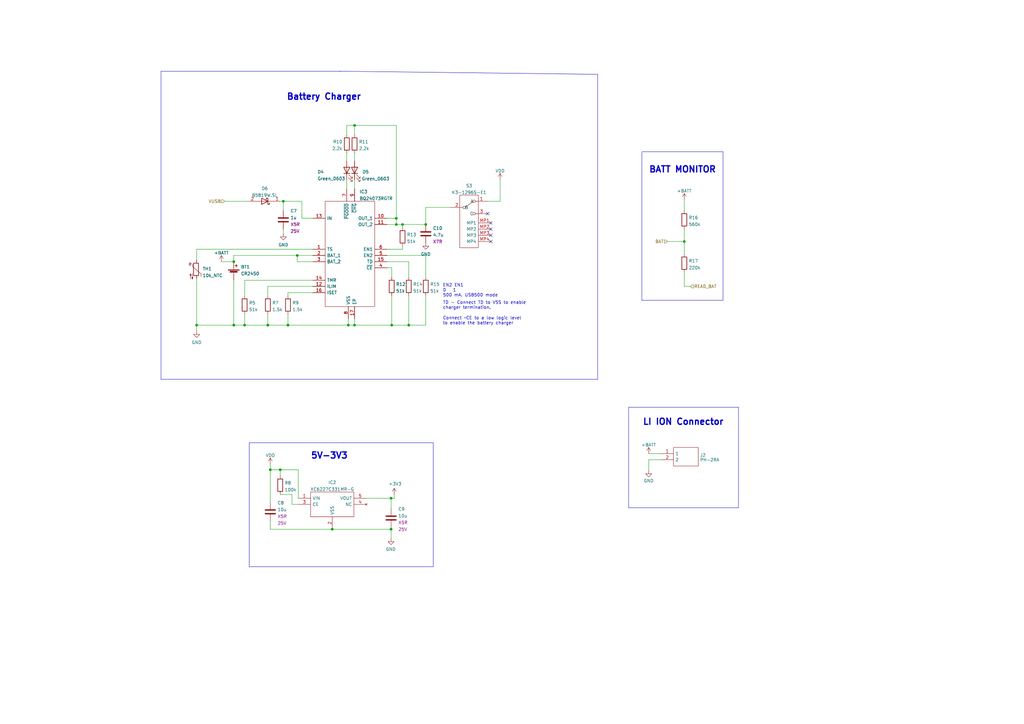
<source format=kicad_sch>
(kicad_sch (version 20230121) (generator eeschema)
  (paper "A3")
  (title_block (title "Tracer") (date "2023-02-15") (rev "G"))
  (lib_symbols
    (symbol "BatteryHolder_JLC:CR2450" (pin_numbers hide) (pin_names (offset 0) hide)
      (property "Reference" "BT" (at 2.54 2.54 0))
      (property "Value" "CR2450" (at 2.54 0 0))
      (symbol "CR2450_0_1"
        (rectangle (start -2.286 1.778) (end 2.286 1.524) (fill (type outline)))
        (rectangle (start -1.5748 1.1938) (end 1.4732 0.6858) (fill (type outline)))
        (polyline (pts (xy 0 0.762) (xy 0 0)))
        (polyline (pts (xy 0 1.778) (xy 0 2.54)))
        (polyline (pts (xy 0.508 3.429) (xy 1.524 3.429)) (stroke (width 0.254)))
        (polyline (pts (xy 1.016 3.937) (xy 1.016 2.921)) (stroke (width 0.254)))
      )
      (symbol "CR2450_1_1"
        (pin passive line (at 0 5.08 270) (length 2.54) (name "+") (number "1"))
        (pin passive line (at 0 -2.54 90) (length 2.54) (name "-") (number "2"))
      )
    )
    (symbol "Capacitor_JLC:10u" (pin_numbers hide) (pin_names (offset 0.254))
      (property "Reference" "C" (at 0.635 2.54 0))
      (property "Value" "10u" (at 0.635 -2.54 0))
      (property "Type" "X5R" (at 5.08 2.54 0))
      (property "Voltage" "25V" (at 5.08 0 0))
      (symbol "10u_0_1"
        (polyline (pts (xy -2.032 -0.762) (xy 2.032 -0.762)) (stroke (width 0.508)))
        (polyline (pts (xy -2.032 0.762) (xy 2.032 0.762)) (stroke (width 0.508)))
      )
      (symbol "10u_1_1"
        (pin passive line (at 0 3.81 270) (length 2.794) (name "~") (number "1"))
        (pin passive line (at 0 -3.81 90) (length 2.794) (name "~") (number "2"))
      )
    )
    (symbol "Capacitor_JLC:1u" (pin_numbers hide) (pin_names (offset 0.254))
      (property "Reference" "C" (at 0.635 2.54 0))
      (property "Value" "1u" (at 0.635 -2.54 0))
      (property "Type" "X5R" (at 5.08 2.54 0))
      (property "Voltage" "25V" (at 5.08 0 0))
      (symbol "1u_0_1"
        (polyline (pts (xy -2.032 -0.762) (xy 2.032 -0.762)) (stroke (width 0.508)))
        (polyline (pts (xy -2.032 0.762) (xy 2.032 0.762)) (stroke (width 0.508)))
      )
      (symbol "1u_1_1"
        (pin passive line (at 0 3.81 270) (length 2.794) (name "~") (number "1"))
        (pin passive line (at 0 -3.81 90) (length 2.794) (name "~") (number "2"))
      )
    )
    (symbol "Capacitor_JLC:4.7u" (pin_numbers hide) (pin_names (offset 0.254))
      (property "Reference" "C" (at 0.635 2.54 0))
      (property "Value" "4.7u" (at 0.635 -2.54 0))
      (property "Type" "X7R" (at 0 0 0))
      (symbol "4.7u_0_1"
        (polyline (pts (xy -2.032 -0.762) (xy 2.032 -0.762)) (stroke (width 0.508)))
        (polyline (pts (xy -2.032 0.762) (xy 2.032 0.762)) (stroke (width 0.508)))
      )
      (symbol "4.7u_1_1"
        (pin passive line (at 0 3.81 270) (length 2.794) (name "~") (number "1"))
        (pin passive line (at 0 -3.81 90) (length 2.794) (name "~") (number "2"))
      )
    )
    (symbol "Connector_JLC:PH-2RA" (pin_names (offset 0.762))
      (property "Reference" "J" (at 16.51 7.62 0))
      (property "Value" "PH-2RA" (at 16.51 5.08 0))
      (symbol "PH-2RA_0_0"
        (pin passive line (at 0 0 0) (length 5.08) (name "1") (number "1"))
        (pin passive line (at 0 -2.54 0) (length 5.08) (name "2") (number "2"))
      )
      (symbol "PH-2RA_0_1"
        (polyline (pts (xy 5.08 2.54) (xy 15.24 2.54) (xy 15.24 -5.08) (xy 5.08 -5.08) (xy 5.08 2.54)) (stroke (width 0.1524)))
      )
    )
    (symbol "Diode_JLC:B5819W.SL" (pin_names (offset 0.762))
      (property "Reference" "D" (at 10.16 8.89 0))
      (property "Value" "B5819W.SL" (at 10.16 6.35 0))
      (symbol "B5819W.SL_0_0"
        (pin passive line (at 0 0 0) (length 2.54) (name "~") (number "1"))
        (pin passive line (at 12.7 0 180) (length 2.54) (name "~") (number "2"))
      )
      (symbol "B5819W.SL_0_1"
        (polyline (pts (xy 2.54 0) (xy 5.08 0)) (stroke (width 0.1524)))
        (polyline (pts (xy 7.62 0) (xy 5.08 0)))
        (polyline (pts (xy 7.62 0) (xy 10.16 0)) (stroke (width 0.1524)))
        (polyline (pts (xy 7.62 1.27) (xy 7.62 -1.27) (xy 5.08 0) (xy 7.62 1.27)) (stroke (width 0.254)))
        (polyline (pts (xy 4.445 0.635) (xy 4.445 1.27) (xy 5.08 1.27) (xy 5.08 -1.27) (xy 5.715 -1.27) (xy 5.715 -0.635)) (stroke (width 0.254)))
      )
    )
    (symbol "Diode_JLC:Green_0603" (pin_numbers hide) (pin_names (offset 1.016) hide)
      (property "Reference" "D" (at 0 5.08 0))
      (property "Value" "Green_0603" (at 0 3.175 0))
      (symbol "Green_0603_0_1"
        (polyline (pts (xy -1.27 -1.27) (xy -1.27 1.27)) (stroke (width 0.254)))
        (polyline (pts (xy -1.27 0) (xy 1.27 0)))
        (polyline (pts (xy 1.27 -1.27) (xy 1.27 1.27) (xy -1.27 0) (xy 1.27 -1.27)) (stroke (width 0.254)))
        (polyline (pts (xy -3.048 -0.762) (xy -4.572 -2.286) (xy -3.81 -2.286) (xy -4.572 -2.286) (xy -4.572 -1.524)))
        (polyline (pts (xy -1.778 -0.762) (xy -3.302 -2.286) (xy -2.54 -2.286) (xy -3.302 -2.286) (xy -3.302 -1.524)))
      )
      (symbol "Green_0603_1_1"
        (pin passive line (at -3.81 0 0) (length 2.54) (name "K") (number "1"))
        (pin passive line (at 3.81 0 180) (length 2.54) (name "A") (number "2"))
      )
    )
    (symbol "GND_1" (power) (pin_names (offset 0))
      (property "Value" "GND_1" (at 0 -3.81 0))
      (symbol "GND_1_0_1"
        (polyline (pts (xy 0 0) (xy 0 -1.27) (xy 1.27 -1.27) (xy 0 -2.54) (xy -1.27 -1.27) (xy 0 -1.27)))
      )
      (symbol "GND_1_1_1"
        (pin power_in line (at 0 0 270) (length 0) hide (name "GND") (number "1"))
      )
    )
    (symbol "Power-Drivers_JLC:BQ24073RGTR" (pin_names (offset 0.762))
      (property "Reference" "IC" (at 69.85 28.575 0))
      (property "Value" "BQ24073RGTR" (at 69.85 26.035 0))
      (symbol "BQ24073RGTR_0_0"
        (pin passive line (at 0 -12.7 0) (length 5.08) (name "TS") (number "1"))
        (pin passive line (at 30.48 0 180) (length 5.08) (name "OUT_1") (number "10"))
        (pin passive line (at 30.48 -2.54 180) (length 5.08) (name "OUT_2") (number "11"))
        (pin passive line (at 0 -27.94 0) (length 5.08) (name "ILIM") (number "12"))
        (pin passive line (at 0 0 0) (length 5.08) (name "IN") (number "13"))
        (pin passive line (at 0 -25.4 0) (length 5.08) (name "TMR") (number "14"))
        (pin passive line (at 30.48 -17.78 180) (length 5.08) (name "TD") (number "15"))
        (pin passive line (at 0 -30.48 0) (length 5.08) (name "ISET") (number "16"))
        (pin passive line (at 17.145 -41.275 90) (length 5.08) (name "EP") (number "17"))
        (pin passive line (at 0 -15.24 0) (length 5.08) (name "BAT_1") (number "2"))
        (pin passive line (at 0 -17.78 0) (length 5.08) (name "BAT_2") (number "3"))
        (pin passive line (at 30.48 -20.32 180) (length 5.08) (name "~{CE}") (number "4"))
        (pin passive line (at 30.48 -15.24 180) (length 5.08) (name "EN2") (number "5"))
        (pin passive line (at 30.48 -12.7 180) (length 5.08) (name "EN1") (number "6"))
        (pin passive line (at 13.97 12.065 270) (length 5.08) (name "~{PGOOD}") (number "7"))
        (pin passive line (at 14.605 -41.275 90) (length 5.08) (name "VSS") (number "8"))
        (pin passive line (at 17.145 12.065 270) (length 5.08) (name "~{CHG}") (number "9"))
      )
      (symbol "BQ24073RGTR_0_1"
        (polyline (pts (xy 5.08 6.985) (xy 25.4 6.985) (xy 25.4 -36.195) (xy 5.08 -36.195) (xy 5.08 6.985)) (stroke (width 0.1524)))
      )
    )
    (symbol "Power-Drivers_JLC:XC6227C331MR-G" (pin_names (offset 0.762))
      (property "Reference" "IC" (at 24.13 7.62 0))
      (property "Value" "XC6227C331MR-G" (at 24.13 5.08 0))
      (symbol "XC6227C331MR-G_0_0"
        (pin passive line (at 0 0 0) (length 5.08) (name "VIN") (number "1"))
        (pin passive line (at 13.97 -12.7 90) (length 5.08) (name "VSS") (number "2"))
        (pin passive line (at 0 -2.54 0) (length 5.08) (name "CE") (number "3"))
        (pin no_connect line (at 27.94 -2.54 180) (length 5.08) (name "NC") (number "4"))
        (pin passive line (at 27.94 0 180) (length 5.08) (name "VOUT") (number "5"))
      )
      (symbol "XC6227C331MR-G_0_1"
        (polyline (pts (xy 5.08 2.54) (xy 22.86 2.54) (xy 22.86 -7.62) (xy 5.08 -7.62) (xy 5.08 2.54)) (stroke (width 0.1524)))
      )
    )
    (symbol "Resistor_JLC:1.5k" (pin_numbers hide) (pin_names (offset 0))
      (property "Reference" "R" (at 2.032 0 90))
      (property "Value" "1.5k" (at 0 0 90))
      (symbol "1.5k_0_1"
        (rectangle (start -1.016 -2.54) (end 1.016 2.54) (stroke (width 0.254)))
      )
      (symbol "1.5k_1_1"
        (pin passive line (at 0 3.81 270) (length 1.27) (name "~") (number "1"))
        (pin passive line (at 0 -3.81 90) (length 1.27) (name "~") (number "2"))
      )
    )
    (symbol "Resistor_JLC:100k" (pin_numbers hide) (pin_names (offset 0))
      (property "Reference" "R" (at 2.032 0 90))
      (property "Value" "100k" (at 0 0 90))
      (symbol "100k_0_1"
        (rectangle (start -1.016 -2.54) (end 1.016 2.54) (stroke (width 0.254)))
      )
      (symbol "100k_1_1"
        (pin passive line (at 0 3.81 270) (length 1.27) (name "~") (number "1"))
        (pin passive line (at 0 -3.81 90) (length 1.27) (name "~") (number "2"))
      )
    )
    (symbol "Resistor_JLC:10k_NTC" (pin_numbers hide) (pin_names (offset 0))
      (property "Reference" "TH" (at 2.54 -0.635 0))
      (property "Value" "10k_NTC" (at 5.08 -2.54 0))
      (symbol "10k_NTC_0_1"
        (arc (start -3.0098 -1.9811) (mid -3.0123 -1.8236) (end -3.1368 -1.7271))
        (arc (start -3.0098 -1.9811) (mid -2.9354 -2.1607) (end -2.7558 -2.2351))
        (arc (start -3.0098 -1.3461) (mid -2.9354 -1.5257) (end -2.7558 -1.6001))
        (arc (start -2.7558 -2.2351) (mid -2.5762 -2.1607) (end -2.5018 -1.9811))
        (arc (start -2.7558 -1.6001) (mid -2.3958 -1.5793) (end -2.1208 -1.3461))
        (arc (start -2.7558 -1.0921) (mid -2.9354 -1.1665) (end -3.0098 -1.3461))
        (arc (start -2.5018 -1.3461) (mid -2.5762 -1.1665) (end -2.7558 -1.0921))
        (rectangle (start -1.27 -1.27) (end 0.762 -6.35) (stroke (width 0.254)))
        (polyline (pts (xy -2.5018 -1.9811) (xy -2.5018 -1.3461)))
        (polyline (pts (xy -1.7398 -1.6001) (xy -1.7398 -2.6161) (xy 1.8162 -5.6641) (xy 1.8162 -6.6801)))
        (polyline (pts (xy -2.5018 -7.8231) (xy -2.5018 -5.5371) (xy -2.7558 -6.2991) (xy -2.2478 -6.2991) (xy -2.5018 -5.5371) (xy -2.5018 -5.7911)) (fill (type outline)))
        (polyline (pts (xy -1.7398 -5.5371) (xy -1.7398 -7.8231) (xy -1.9938 -7.0611) (xy -1.4858 -7.0611) (xy -1.7398 -7.8231) (xy -1.7398 -7.5691)) (fill (type outline)))
      )
      (symbol "10k_NTC_1_1"
        (pin passive line (at 0 0 270) (length 1.27) (name "~") (number "1"))
        (pin passive line (at 0 -7.62 90) (length 1.27) (name "~") (number "2"))
      )
    )
    (symbol "Resistor_JLC:2.2k" (pin_numbers hide) (pin_names (offset 0))
      (property "Reference" "R" (at 2.032 0 90))
      (property "Value" "2.2k" (at 0 0 90))
      (symbol "2.2k_0_1"
        (rectangle (start -1.016 -2.54) (end 1.016 2.54) (stroke (width 0.254)))
      )
      (symbol "2.2k_1_1"
        (pin passive line (at 0 3.81 270) (length 1.27) (name "~") (number "1"))
        (pin passive line (at 0 -3.81 90) (length 1.27) (name "~") (number "2"))
      )
    )
    (symbol "Resistor_JLC:220k" (pin_numbers hide) (pin_names (offset 0))
      (property "Reference" "R" (at 2.032 0 90))
      (property "Value" "220k" (at 0 0 90))
      (symbol "220k_0_1"
        (rectangle (start -1.016 -2.54) (end 1.016 2.54) (stroke (width 0.254)))
      )
      (symbol "220k_1_1"
        (pin passive line (at 0 3.81 270) (length 1.27) (name "~") (number "1"))
        (pin passive line (at 0 -3.81 90) (length 1.27) (name "~") (number "2"))
      )
    )
    (symbol "Resistor_JLC:51k" (pin_numbers hide) (pin_names (offset 0))
      (property "Reference" "R" (at 2.032 0 90))
      (property "Value" "51k" (at 0 0 90))
      (symbol "51k_0_1"
        (rectangle (start -1.016 -2.54) (end 1.016 2.54) (stroke (width 0.254)))
      )
      (symbol "51k_1_1"
        (pin passive line (at 0 3.81 270) (length 1.27) (name "~") (number "1"))
        (pin passive line (at 0 -3.81 90) (length 1.27) (name "~") (number "2"))
      )
    )
    (symbol "Resistor_JLC:560k" (pin_numbers hide) (pin_names (offset 0))
      (property "Reference" "R" (at 2.032 0 90))
      (property "Value" "560k" (at 0 0 90))
      (symbol "560k_0_1"
        (rectangle (start -1.016 -2.54) (end 1.016 2.54) (stroke (width 0.254)))
      )
      (symbol "560k_1_1"
        (pin passive line (at 0 3.81 270) (length 1.27) (name "~") (number "1"))
        (pin passive line (at 0 -3.81 90) (length 1.27) (name "~") (number "2"))
      )
    )
    (symbol "Switches_JLC:K3-1296S-E1" (pin_names (offset 0.762))
      (property "Reference" "S" (at 21.59 7.62 0))
      (property "Value" "K3-1296S-E1" (at 21.59 5.08 0))
      (symbol "K3-1296S-E1_0_0"
        (pin passive line (at 17.78 -13.97 180) (length 5.08) (name "MP1") (number "MP1"))
        (pin passive line (at 17.78 -16.51 180) (length 5.08) (name "MP2") (number "MP2"))
        (pin passive line (at 17.78 -19.05 180) (length 5.08) (name "MP3") (number "MP3"))
        (pin passive line (at 17.78 -21.59 180) (length 5.08) (name "MP4") (number "MP4"))
      )
      (symbol "K3-1296S-E1_0_1"
        (rectangle (start 5.08 -2.54) (end 12.7 -24.13))
      )
      (symbol "K3-1296S-E1_1_1"
        (polyline (pts (xy 7.366 -7.366) (xy 10.541 -5.334)))
        (circle (center 6.858 -7.62) (radius 0.508))
        (circle (center 10.922 -10.16) (radius 0.508))
        (circle (center 10.922 -5.08) (radius 0.508))
        (pin passive line (at 16.51 -5.08 180) (length 5.08) (name "A") (number "1"))
        (pin passive line (at 1.27 -7.62 0) (length 5.08) (name "B") (number "2"))
        (pin passive line (at 16.51 -10.16 180) (length 5.08) (name "C") (number "3"))
      )
    )
    (symbol "power:+3V3" (power) (pin_names (offset 0))
      (property "Value" "+3V3" (at 0 3.556 0))
      (symbol "+3V3_0_1"
        (polyline (pts (xy -0.762 1.27) (xy 0 2.54)))
        (polyline (pts (xy 0 0) (xy 0 2.54)))
        (polyline (pts (xy 0 2.54) (xy 0.762 1.27)))
      )
      (symbol "+3V3_1_1"
        (pin power_in line (at 0 0 90) (length 0) hide (name "+3V3") (number "1"))
      )
    )
    (symbol "power:+BATT" (power) (pin_names (offset 0))
      (property "Value" "+BATT" (at 0 3.556 0))
      (symbol "+BATT_0_1"
        (polyline (pts (xy -0.762 1.27) (xy 0 2.54)))
        (polyline (pts (xy 0 0) (xy 0 2.54)))
        (polyline (pts (xy 0 2.54) (xy 0.762 1.27)))
      )
      (symbol "+BATT_1_1"
        (pin power_in line (at 0 0 90) (length 0) hide (name "+BATT") (number "1"))
      )
    )
    (symbol "power:GND" (power) (pin_names (offset 0))
      (property "Value" "GND" (at 0 -3.81 0))
      (symbol "GND_0_1"
        (polyline (pts (xy 0 0) (xy 0 -1.27) (xy 1.27 -1.27) (xy 0 -2.54) (xy -1.27 -1.27) (xy 0 -1.27)))
      )
      (symbol "GND_1_1"
        (pin power_in line (at 0 0 270) (length 0) hide (name "GND") (number "1"))
      )
    )
    (symbol "power:VDD" (power) (pin_names (offset 0))
      (property "Value" "VDD" (at 0 3.81 0))
      (symbol "VDD_0_1"
        (polyline (pts (xy -0.762 1.27) (xy 0 2.54)))
        (polyline (pts (xy 0 0) (xy 0 2.54)))
        (polyline (pts (xy 0 2.54) (xy 0.762 1.27)))
      )
      (symbol "VDD_1_1"
        (pin power_in line (at 0 0 90) (length 0) hide (name "VDD") (number "1"))
      )
    )
  )
  (junction (at 136.271 217.043))
  (junction (at 160.401 204.343))
  (junction (at 80.645 133.35))
  (junction (at 142.875 133.35))
  (junction (at 167.64 133.35))
  (junction (at 280.67 99.06))
  (junction (at 110.871 192.659))
  (junction (at 95.885 133.35))
  (junction (at 116.205 82.55))
  (junction (at 145.415 51.435))
  (junction (at 160.655 133.35))
  (junction (at 145.415 133.35))
  (junction (at 162.56 92.075))
  (junction (at 95.885 107.315))
  (junction (at 121.92 104.775))
  (junction (at 160.401 217.043))
  (junction (at 174.625 92.075))
  (junction (at 162.56 89.535))
  (junction (at 114.935 192.659))
  (junction (at 165.1 92.075))
  (junction (at 100.33 133.35))
  (junction (at 109.855 133.35))
  (junction (at 118.11 133.35))
  (no_connect (at 200.025 87.63))
  (no_connect (at 201.295 91.44))
  (no_connect (at 201.295 93.98))
  (no_connect (at 201.295 96.52))
  (no_connect (at 201.295 99.06))
  (wire (pts (xy 174.625 104.775) (xy 174.625 113.665)))
  (polyline (pts (xy 139.065 29.21) (xy 245.11 30.48)))
  (wire (pts (xy 128.27 114.935) (xy 100.33 114.935)))
  (wire (pts (xy 142.24 62.865) (xy 142.24 66.04)))
  (wire (pts (xy 100.33 133.35) (xy 109.855 133.35)))
  (wire (pts (xy 116.205 82.55) (xy 116.205 86.36)))
  (wire (pts (xy 128.27 107.315) (xy 121.92 107.315)))
  (wire (pts (xy 280.67 111.76) (xy 280.67 117.475)))
  (wire (pts (xy 80.645 133.35) (xy 80.645 135.89)))
  (polyline (pts (xy 263.271 62.23) (xy 296.545 62.23)))
  (wire (pts (xy 145.415 130.81) (xy 145.415 133.35)))
  (wire (pts (xy 158.75 102.235) (xy 165.1 102.235)))
  (wire (pts (xy 116.205 82.55) (xy 114.935 82.55)))
  (wire (pts (xy 114.935 195.199) (xy 114.935 192.659)))
  (wire (pts (xy 162.56 51.435) (xy 145.415 51.435)))
  (wire (pts (xy 109.855 128.905) (xy 109.855 133.35)))
  (wire (pts (xy 280.67 117.475) (xy 283.21 117.475)))
  (wire (pts (xy 136.271 217.043) (xy 160.401 217.043)))
  (wire (pts (xy 145.415 73.66) (xy 145.415 77.47)))
  (wire (pts (xy 184.785 85.09) (xy 174.625 85.09)))
  (wire (pts (xy 158.75 104.775) (xy 174.625 104.775)))
  (wire (pts (xy 165.1 102.235) (xy 165.1 100.965)))
  (wire (pts (xy 145.415 51.435) (xy 142.24 51.435)))
  (wire (pts (xy 109.855 117.475) (xy 109.855 121.285)))
  (wire (pts (xy 128.27 120.015) (xy 118.11 120.015)))
  (wire (pts (xy 118.11 133.35) (xy 142.875 133.35)))
  (polyline (pts (xy 263.271 123.19) (xy 296.545 123.19)))
  (wire (pts (xy 142.24 73.66) (xy 142.24 77.47)))
  (wire (pts (xy 280.67 93.98) (xy 280.67 99.06)))
  (wire (pts (xy 114.935 192.659) (xy 122.301 192.659)))
  (polyline (pts (xy 102.235 232.41) (xy 102.235 181.61)))
  (wire (pts (xy 280.67 99.06) (xy 280.67 104.14)))
  (wire (pts (xy 273.685 99.06) (xy 280.67 99.06)))
  (wire (pts (xy 123.825 89.535) (xy 123.825 82.55)))
  (wire (pts (xy 121.92 107.315) (xy 121.92 104.775)))
  (wire (pts (xy 167.64 107.315) (xy 158.75 107.315)))
  (wire (pts (xy 162.56 89.535) (xy 158.75 89.535)))
  (wire (pts (xy 167.64 113.665) (xy 167.64 107.315)))
  (wire (pts (xy 280.67 81.915) (xy 280.67 86.36)))
  (wire (pts (xy 110.871 217.043) (xy 136.271 217.043)))
  (wire (pts (xy 165.1 92.075) (xy 174.625 92.075)))
  (wire (pts (xy 266.065 188.595) (xy 266.065 193.04)))
  (wire (pts (xy 90.805 107.315) (xy 95.885 107.315)))
  (polyline (pts (xy 245.11 155.575) (xy 66.04 155.575)))
  (wire (pts (xy 271.145 188.595) (xy 266.065 188.595)))
  (wire (pts (xy 128.27 117.475) (xy 109.855 117.475)))
  (wire (pts (xy 174.625 121.285) (xy 174.625 133.35)))
  (polyline (pts (xy 140.843 181.61) (xy 177.673 181.61)))
  (polyline (pts (xy 66.04 29.21) (xy 139.7 29.21)))
  (wire (pts (xy 80.645 102.235) (xy 80.645 106.68)))
  (wire (pts (xy 162.56 89.535) (xy 162.56 51.435)))
  (wire (pts (xy 161.671 204.343) (xy 160.401 204.343)))
  (wire (pts (xy 266.065 186.055) (xy 271.145 186.055)))
  (wire (pts (xy 200.025 82.55) (xy 205.105 82.55)))
  (wire (pts (xy 119.761 202.819) (xy 119.761 206.883)))
  (wire (pts (xy 162.56 92.075) (xy 165.1 92.075)))
  (wire (pts (xy 114.935 202.819) (xy 119.761 202.819)))
  (wire (pts (xy 116.205 82.55) (xy 123.825 82.55)))
  (wire (pts (xy 121.92 104.775) (xy 128.27 104.775)))
  (wire (pts (xy 100.33 128.905) (xy 100.33 133.35)))
  (wire (pts (xy 160.401 217.043) (xy 160.401 220.853)))
  (wire (pts (xy 160.655 121.285) (xy 160.655 133.35)))
  (wire (pts (xy 145.415 51.435) (xy 145.415 55.245)))
  (wire (pts (xy 110.871 192.659) (xy 114.935 192.659)))
  (wire (pts (xy 165.1 92.075) (xy 165.1 93.345)))
  (wire (pts (xy 158.75 109.855) (xy 160.655 109.855)))
  (polyline (pts (xy 296.545 123.19) (xy 296.545 62.23)))
  (wire (pts (xy 162.56 92.075) (xy 162.56 89.535)))
  (polyline (pts (xy 66.04 155.575) (xy 66.04 29.21)))
  (wire (pts (xy 205.105 82.55) (xy 205.105 73.66)))
  (wire (pts (xy 142.875 130.81) (xy 142.875 133.35)))
  (wire (pts (xy 160.401 204.343) (xy 160.401 208.661)))
  (wire (pts (xy 145.415 62.865) (xy 145.415 66.04)))
  (wire (pts (xy 160.655 133.35) (xy 145.415 133.35)))
  (wire (pts (xy 160.401 204.343) (xy 150.241 204.343)))
  (wire (pts (xy 92.075 82.55) (xy 102.235 82.55)))
  (wire (pts (xy 174.625 85.09) (xy 174.625 92.075)))
  (wire (pts (xy 128.27 102.235) (xy 80.645 102.235)))
  (polyline (pts (xy 245.11 30.48) (xy 245.11 155.575)))
  (wire (pts (xy 128.27 89.535) (xy 123.825 89.535)))
  (wire (pts (xy 95.885 107.315) (xy 95.885 104.775)))
  (wire (pts (xy 95.885 114.935) (xy 95.885 133.35)))
  (polyline (pts (xy 263.271 62.484) (xy 263.271 123.19)))
  (wire (pts (xy 160.655 133.35) (xy 167.64 133.35)))
  (polyline (pts (xy 177.673 232.41) (xy 102.235 232.41)))
  (wire (pts (xy 160.401 216.281) (xy 160.401 217.043)))
  (wire (pts (xy 80.645 133.35) (xy 95.885 133.35)))
  (wire (pts (xy 110.871 192.659) (xy 110.871 190.373)))
  (polyline (pts (xy 177.673 181.61) (xy 177.673 232.41)))
  (wire (pts (xy 161.671 202.819) (xy 161.671 204.343)))
  (wire (pts (xy 118.11 128.905) (xy 118.11 133.35)))
  (wire (pts (xy 80.645 114.3) (xy 80.645 133.35)))
  (wire (pts (xy 100.33 114.935) (xy 100.33 121.285)))
  (wire (pts (xy 158.75 92.075) (xy 162.56 92.075)))
  (wire (pts (xy 122.301 204.343) (xy 122.301 192.659)))
  (wire (pts (xy 95.885 104.775) (xy 121.92 104.775)))
  (wire (pts (xy 109.855 133.35) (xy 118.11 133.35)))
  (wire (pts (xy 142.875 133.35) (xy 145.415 133.35)))
  (wire (pts (xy 167.64 133.35) (xy 174.625 133.35)))
  (wire (pts (xy 167.64 121.285) (xy 167.64 133.35)))
  (wire (pts (xy 110.871 213.741) (xy 110.871 217.043)))
  (wire (pts (xy 116.205 93.98) (xy 116.205 95.885)))
  (wire (pts (xy 160.655 109.855) (xy 160.655 113.665)))
  (wire (pts (xy 95.885 133.35) (xy 100.33 133.35)))
  (wire (pts (xy 118.11 120.015) (xy 118.11 121.285)))
  (wire (pts (xy 142.24 51.435) (xy 142.24 55.245)))
  (wire (pts (xy 110.871 192.659) (xy 110.871 206.121)))
  (wire (pts (xy 119.761 206.883) (xy 122.301 206.883)))
  (polyline (pts (xy 102.235 181.61) (xy 141.097 181.61)))
  (rectangle (start 257.81 167.005) (end 302.895 208.28))
  (text "TD - Connect TD to VSS to enable\ncharger termination." (at 181.61 127 0) (effects (font (size 1.27 1.27)) (justify left bottom)))
  (text "5V-3V3" (at 127.381 188.468 0) (effects (font (size 2.54 2.54) (thickness 0.508) bold) (justify left bottom)))
  (text "EN2 EN1\n0   1 \n500 mA. USB500 mode\n" (at 181.61 121.92 0) (effects (font (size 1.27 1.27)) (justify left bottom)))
  (text "LI ION Connector" (at 263.525 174.625 0) (effects (font (size 2.54 2.54) (thickness 0.508) bold) (justify left bottom)))
  (text "Connect ~CE to a low logic level \nto enable the battery charger" (at 181.61 133.35 0) (effects (font (size 1.27 1.27)) (justify left bottom)))
  (text "BATT MONITOR" (at 266.065 71.12 0) (effects (font (size 2.54 2.54) (thickness 0.508) bold) (justify left bottom)))
  (text "Battery Charger" (at 117.475 41.275 0) (effects (font (size 2.54 2.54) (thickness 0.508) bold) (justify left bottom)))
  (hierarchical_label "BAT" (shape input) (at 273.685 99.06 180))
  (hierarchical_label "VUSB" (shape input) (at 92.075 82.55 180))
  (hierarchical_label "READ_BAT" (shape input) (at 283.21 117.475 0))
  (symbol (lib_id "Resistor_JLC:51k") (at 100.33 125.095 0) (unit 1)
    (property "Reference" "R5" (at 102.108 124.1865 0) (effects (justify left)))
    (property "Value" "51k" (at 102.108 126.9616 0) (effects (justify left)))
    (property "Footprint" "Resistor_SMD:R_0402_1005Metric" (effects hide))
    (property "LCSC" "C25794" (effects hide))
  )
  (symbol (lib_id "Capacitor_JLC:10u") (at 110.871 209.931 0) (unit 1)
    (property "Reference" "C8" (at 113.792 206.2474 0) (effects (justify left)))
    (property "Value" "10u" (at 113.792 209.0225 0) (effects (justify left)))
    (property "Footprint" "Capacitor_SMD:C_0805_2012Metric" (effects hide))
    (property "Type" "X5R" (at 113.792 211.7976 0) (effects (justify left)))
    (property "LCSC" "C15850" (effects hide))
    (property "Voltage" "25V" (at 113.792 214.5727 0) (effects (justify left)))
  )
  (symbol (lib_id "power:+BATT") (at 90.805 107.315 0) (unit 1)
    (property "Reference" "#PWR0115" (effects hide))
    (property "Value" "+BATT" (at 90.805 103.7105 0))
  )
  (symbol (lib_id "Resistor_JLC:220k") (at 280.67 107.95 0) (unit 1)
    (property "Reference" "R17" (at 282.448 107.0415 0) (effects (justify left)))
    (property "Value" "220k" (at 282.448 109.8166 0) (effects (justify left)))
    (property "Footprint" "Resistor_SMD:R_0402_1005Metric" (effects hide))
    (property "LCSC" "C25767" (effects hide))
  )
  (symbol (lib_id "power:GND") (at 80.645 135.89 0) (unit 1)
    (property "Reference" "#PWR0112" (effects hide))
    (property "Value" "GND" (at 80.645 140.4525 0))
  )
  (symbol (lib_id "Resistor_JLC:51k") (at 167.64 117.475 0) (unit 1)
    (property "Reference" "R14" (at 169.418 116.5665 0) (effects (justify left)))
    (property "Value" "51k" (at 169.418 119.3416 0) (effects (justify left)))
    (property "Footprint" "Resistor_SMD:R_0402_1005Metric" (effects hide))
    (property "LCSC" "C25794" (effects hide))
  )
  (symbol (lib_id "Resistor_JLC:51k") (at 160.655 117.475 0) (unit 1)
    (property "Reference" "R12" (at 162.433 116.5665 0) (effects (justify left)))
    (property "Value" "51k" (at 162.433 119.3416 0) (effects (justify left)))
    (property "Footprint" "Resistor_SMD:R_0402_1005Metric" (effects hide))
    (property "LCSC" "C25794" (effects hide))
  )
  (symbol (lib_id "Resistor_JLC:51k") (at 165.1 97.155 0) (unit 1)
    (property "Reference" "R13" (at 166.878 96.2465 0) (effects (justify left)))
    (property "Value" "51k" (at 166.878 99.0216 0) (effects (justify left)))
    (property "Footprint" "Resistor_SMD:R_0402_1005Metric" (effects hide))
    (property "LCSC" "C25794" (effects hide))
  )
  (symbol (lib_id "power:VDD") (at 110.871 190.373 0) (unit 1)
    (property "Reference" "#PWR0118" (effects hide))
    (property "Value" "VDD" (at 110.871 186.7685 0))
  )
  (symbol (lib_id "Capacitor_JLC:4.7u") (at 174.625 95.885 0) (unit 1)
    (property "Reference" "C10" (at 177.546 93.5889 0) (effects (justify left)))
    (property "Value" "4.7u" (at 177.546 96.364 0) (effects (justify left)))
    (property "Footprint" "Capacitor_SMD:C_1206_3216Metric" (effects hide))
    (property "Type" "X7R" (at 177.546 99.1391 0) (effects (justify left)))
    (property "LCSC" "C29823" (effects hide))
    (property "Rating" "50V" (effects hide))
  )
  (symbol (lib_id "Diode_JLC:Green_0603") (at 145.415 69.85 90) (unit 1)
    (property "Reference" "D5" (at 148.59 70.485 90) (effects (justify right)))
    (property "Value" "Green_0603" (at 148.336 73.3041 90) (effects (justify right)))
    (property "Footprint" "LED_SMD:LED_0603_1608Metric" (effects hide))
    (property "Datasheet" "https://datasheet.lcsc.com/lcsc/1811101510_Everlight-Elec-19-217-GHC-YR1S2-3T_C72043.pdf" (effects hide))
    (property "LCSC" "C72043" (effects hide))
  )
  (symbol (lib_id "power:+3V3") (at 161.671 202.819 0) (unit 1)
    (property "Reference" "#PWR0120" (effects hide))
    (property "Value" "+3V3" (at 162.052 198.4248 0))
  )
  (symbol (lib_id "Power-Drivers_JLC:XC6227C331MR-G") (at 122.301 204.343 0) (unit 1)
    (property "Reference" "IC2" (at 136.271 197.8873 0))
    (property "Value" "XC6227C331MR-G" (at 136.271 200.6624 0))
    (property "Footprint" "SOT95P280X130-5N" (effects hide))
    (property "Datasheet" "https://www.torexsemi.com/file/xc6227/XC6227.pdf" (effects hide))
    (property "Description" "IC REG LINEAR 3.3V 700MA SOT25" (effects hide))
    (property "Height" "1.3" (effects hide))
    (property "Manufacturer_Name" "Torex" (effects hide))
    (property "Manufacturer_Part_Number" "XC6227C331MR-G" (effects hide))
    (property "Mouser Part Number" "865-XC6227C331MR-G" (effects hide))
    (property "Mouser Price/Stock" "https://www.mouser.co.uk/ProductDetail/Torex-Semiconductor/XC6227C331MR-G?qs=AsjdqWjXhJ8dqb1QLv06nA%3D%3D" (effects hide))
    (property "LCSC" "C216640" (effects hide))
  )
  (symbol (lib_id "Switches_JLC:K3-1296S-E1") (at 183.515 77.47 0) (unit 1)
    (property "Reference" "S3" (at 192.405 76.1705 0))
    (property "Value" "K3-1296S-E1" (at 192.405 78.9456 0))
    (property "Footprint" "K31296SE1" (effects hide))
    (property "Datasheet" "https://datasheet.lcsc.com/szlcsc/Korean-Hroparts-Elec-K3-1296S-E1_C128955.pdf" (effects hide))
    (property "Description" "Toggle Switches SMD RoHS" (effects hide))
    (property "Height" "1.6" (effects hide))
    (property "Manufacturer_Name" "Korean Hroparts Elec" (effects hide))
    (property "Manufacturer_Part_Number" "K3-1296S-E1" (effects hide))
    (property "LCSC" "C128955" (effects hide))
  )
  (symbol (lib_id "Resistor_JLC:2.2k") (at 142.24 59.055 0) (mirror x) (unit 1)
    (property "Reference" "R10" (at 140.4621 58.1465 0) (effects (justify right)))
    (property "Value" "2.2k" (at 140.4621 60.9216 0) (effects (justify right)))
    (property "Footprint" "Resistor_SMD:R_0402_1005Metric" (effects hide))
    (property "LCSC" "C25879" (effects hide))
  )
  (symbol (lib_id "Connector_JLC:PH-2RA") (at 271.145 186.055 0) (unit 1)
    (property "Reference" "J2" (at 287.0962 186.6813 0) (effects (justify left)))
    (property "Value" "PH-2RA" (at 287.0962 188.6023 0) (effects (justify left)))
    (property "Footprint" "SHDRRA2W50P0X200_1X2_600X760X510P" (effects hide))
    (property "Datasheet" "https://www.mouser.ca/datasheet/2/291/A2001-1532311.pdf" (effects hide))
    (property "Description" "Headers & Wire Housings Thruhole right angle backlight connector" (effects hide))
    (property "Height" "5.1" (effects hide))
    (property "Manufacturer_Name" "Newhaven Display" (effects hide))
    (property "Manufacturer_Part_Number" "A2001WR-2P Thru-hole" (effects hide))
    (property "Mouser Part Number" "763-A2001WR2P" (effects hide))
    (property "Mouser Price/Stock" "https://www.mouser.co.uk/ProductDetail/Newhaven-Display/A2001WR-2P-Thru-hole?qs=gZXFycFWdAPcYjIK7pURng%3D%3D" (effects hide))
    (property "LCSC" "C225207" (effects hide))
  )
  (symbol (lib_id "Resistor_JLC:560k") (at 280.67 90.17 0) (unit 1)
    (property "Reference" "R16" (at 282.448 89.2615 0) (effects (justify left)))
    (property "Value" "560k" (at 282.448 92.0366 0) (effects (justify left)))
    (property "Footprint" "Resistor_SMD:R_0603_1608Metric" (effects hide))
    (property "LCSC" "C23203" (effects hide))
  )
  (symbol (lib_id "Resistor_JLC:51k") (at 174.625 117.475 0) (unit 1)
    (property "Reference" "R15" (at 176.403 116.5665 0) (effects (justify left)))
    (property "Value" "51k" (at 176.403 119.3416 0) (effects (justify left)))
    (property "Footprint" "Resistor_SMD:R_0402_1005Metric" (effects hide))
    (property "LCSC" "C25794" (effects hide))
  )
  (symbol (lib_id "power:GND") (at 174.625 99.695 0) (unit 1)
    (property "Reference" "#PWR0116" (effects hide))
    (property "Value" "GND" (at 174.625 104.2575 0))
  )
  (symbol (lib_id "BatteryHolder_JLC:CR2450") (at 95.885 112.395 0) (unit 1)
    (property "Reference" "BT1" (at 98.806 109.4545 0) (effects (justify left)))
    (property "Value" "CR2450" (at 98.806 112.2296 0) (effects (justify left)))
    (property "Footprint" "BatteryHolders:BS-24-B4AK014" (effects hide))
    (property "Datasheet" "https://datasheet.lcsc.com/lcsc/2012311835_MYOUNG-BS-24-B4AK014_C964813.pdf" (effects hide))
    (property "Mfg No" "BS-24-B4AK014" (effects hide))
    (property "LCSC" "C964813" (effects hide))
  )
  (symbol (lib_id "Resistor_JLC:100k") (at 114.935 199.009 0) (unit 1)
    (property "Reference" "R8" (at 116.713 198.1005 0) (effects (justify left)))
    (property "Value" "100k" (at 116.713 200.8756 0) (effects (justify left)))
    (property "Footprint" "Resistor_SMD:R_0402_1005Metric" (effects hide))
    (property "LCSC" "C25741" (effects hide))
  )
  (symbol (lib_id "Resistor_JLC:1.5k") (at 109.855 125.095 0) (unit 1)
    (property "Reference" "R7" (at 111.633 124.1865 0) (effects (justify left)))
    (property "Value" "1.5k" (at 111.633 126.9616 0) (effects (justify left)))
    (property "Footprint" "Resistor_SMD:R_0402_1005Metric" (effects hide))
    (property "LCSC" "C25867" (effects hide))
  )
  (symbol (lib_id "power:VDD") (at 205.105 73.66 0) (unit 1)
    (property "Reference" "#PWR0113" (effects hide))
    (property "Value" "VDD" (at 205.105 70.0555 0))
  )
  (symbol (lib_id "Capacitor_JLC:1u") (at 116.205 90.17 0) (unit 1)
    (property "Reference" "C7" (at 119.126 86.4864 0) (effects (justify left)))
    (property "Value" "1u" (at 119.126 89.2615 0) (effects (justify left)))
    (property "Footprint" "Capacitor_SMD:C_0402_1005Metric" (effects hide))
    (property "Type" "X5R" (at 119.126 92.0366 0) (effects (justify left)))
    (property "LCSC" "C52923" (effects hide))
    (property "Voltage" "25V" (at 119.126 94.8117 0) (effects (justify left)))
  )
  (symbol (lib_id "power:GND") (at 160.401 220.853 0) (mirror y) (unit 1)
    (property "Reference" "#PWR0119" (effects hide))
    (property "Value" "GND" (at 160.274 225.2472 0))
  )
  (symbol (lib_id "Resistor_JLC:2.2k") (at 145.415 59.055 0) (unit 1)
    (property "Reference" "R11" (at 147.193 58.1465 0) (effects (justify left)))
    (property "Value" "2.2k" (at 147.193 60.9216 0) (effects (justify left)))
    (property "Footprint" "Resistor_SMD:R_0402_1005Metric" (effects hide))
    (property "LCSC" "C25879" (effects hide))
  )
  (symbol (lib_id "power:+BATT") (at 280.67 81.915 0) (unit 1)
    (property "Reference" "#PWR0117" (effects hide))
    (property "Value" "+BATT" (at 280.67 78.3105 0))
  )
  (symbol (lib_id "Diode_JLC:Green_0603") (at 142.24 69.85 90) (unit 1)
    (property "Reference" "D4" (at 130.175 70.485 90) (effects (justify right)))
    (property "Value" "Green_0603" (at 130.175 73.2601 90) (effects (justify right)))
    (property "Footprint" "LED_SMD:LED_0603_1608Metric" (effects hide))
    (property "Datasheet" "https://datasheet.lcsc.com/lcsc/1811101510_Everlight-Elec-19-217-GHC-YR1S2-3T_C72043.pdf" (effects hide))
    (property "LCSC" "C72043" (effects hide))
  )
  (symbol (lib_id "power:+BATT") (at 266.065 186.055 0) (unit 1)
    (property "Reference" "#PWR01" (effects hide))
    (property "Value" "+BATT" (at 266.065 182.4505 0))
  )
  (symbol (lib_id "Diode_JLC:B5819W.SL") (at 114.935 82.55 180) (unit 1)
    (property "Reference" "D6" (at 108.585 77.3135 0))
    (property "Value" "B5819W.SL" (at 108.585 80.0886 0))
    (property "Footprint" "B5819WSL" (effects hide))
    (property "Datasheet" "https://file.elecfans.com/web1/M00/8A/32/pIYBAFyLiveAInCMAAthN3CVBXo401.pdf?filename=1505718310707869662.pdf" (effects hide))
    (property "Description" "SOD-123 Plastic-Encapsulate Diodes" (effects hide))
    (property "Height" "1.25" (effects hide))
    (property "Manufacturer_Name" "1-Avel" (effects hide))
    (property "Manufacturer_Part_Number" "B5819W.SL" (effects hide))
    (property "LCSC" "C8598" (effects hide))
  )
  (symbol (lib_name "GND_1") (lib_id "power:GND") (at 266.065 193.04 0) (unit 1)
    (property "Reference" "#PWR02" (effects hide))
    (property "Value" "GND" (at 266.065 197.1755 0))
  )
  (symbol (lib_id "Capacitor_JLC:10u") (at 160.401 212.471 0) (unit 1)
    (property "Reference" "C9" (at 163.322 208.7874 0) (effects (justify left)))
    (property "Value" "10u" (at 163.322 211.5625 0) (effects (justify left)))
    (property "Footprint" "Capacitor_SMD:C_0805_2012Metric" (effects hide))
    (property "Type" "X5R" (at 163.322 214.3376 0) (effects (justify left)))
    (property "LCSC" "C15850" (effects hide))
    (property "Voltage" "25V" (at 163.322 217.1127 0) (effects (justify left)))
  )
  (symbol (lib_id "power:GND") (at 116.205 95.885 0) (unit 1)
    (property "Reference" "#PWR0114" (effects hide))
    (property "Value" "GND" (at 116.205 100.4475 0))
  )
  (symbol (lib_id "Resistor_JLC:10k_NTC") (at 80.645 106.68 0) (unit 1)
    (property "Reference" "TH1" (at 83.0962 110.2291 0) (effects (justify left)))
    (property "Value" "10k_NTC" (at 83.0962 113.0042 0) (effects (justify left)))
    (property "Footprint" "Resistor_SMD:R_0402_1005Metric" (effects hide))
    (property "LCSC" "C333993" (effects hide))
    (property "MPN" "NCU15XH103F6SRC" (effects hide))
  )
  (symbol (lib_id "Resistor_JLC:1.5k") (at 118.11 125.095 0) (unit 1)
    (property "Reference" "R9" (at 119.888 124.1865 0) (effects (justify left)))
    (property "Value" "1.5k" (at 119.888 126.9616 0) (effects (justify left)))
    (property "Footprint" "Resistor_SMD:R_0402_1005Metric" (effects hide))
    (property "LCSC" "C25867" (effects hide))
  )
  (symbol (lib_id "Power-Drivers_JLC:BQ24073RGTR") (at 128.27 89.535 0) (unit 1)
    (property "Reference" "IC3" (at 147.4344 78.6343 0) (effects (justify left)))
    (property "Value" "BQ24073RGTR" (at 147.4344 81.4094 0) (effects (justify left)))
    (property "Footprint" "QFN50P300X300X100-17N-D" (effects hide))
    (property "Datasheet" "http://www.ti.com/lit/ds/symlink/bq24073.pdf" (effects hide))
    (property "Description" "USB-Friendly Li-Ion Battery Charger and Power-Path Management IC, Vout 4.4V" (effects hide))
    (property "Height" "1" (effects hide))
    (property "Manufacturer_Name" "Texas Instruments" (effects hide))
    (property "Manufacturer_Part_Number" "BQ24073RGTR" (effects hide))
    (property "Mouser Part Number" "595-BQ24073RGTR" (effects hide))
    (property "Mouser Price/Stock" "https://www.mouser.co.uk/ProductDetail/Texas-Instruments/BQ24073RGTR?qs=ZV%2Fxhq4oszqX%2F3rMt%2FwIsw%3D%3D" (effects hide))
    (property "Arrow Part Number" "BQ24073RGTR" (effects hide))
    (property "Arrow Price/Stock" "https://www.arrow.com/en/products/bq24073rgtr/texas-instruments" (effects hide))
    (property "LCSC" "C15220" (effects hide))
  )
)
</source>
